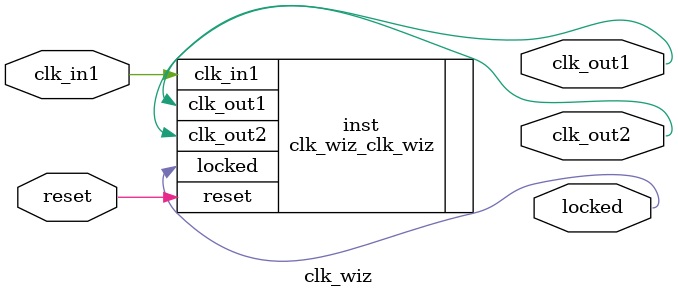
<source format=v>


`timescale 1ps/1ps

(* CORE_GENERATION_INFO = "clk_wiz,clk_wiz_v6_0_1_0_0,{component_name=clk_wiz,use_phase_alignment=true,use_min_o_jitter=false,use_max_i_jitter=false,use_dyn_phase_shift=false,use_inclk_switchover=false,use_dyn_reconfig=false,enable_axi=0,feedback_source=FDBK_AUTO,PRIMITIVE=MMCM,num_out_clk=2,clkin1_period=10.000,clkin2_period=10.000,use_power_down=false,use_reset=true,use_locked=true,use_inclk_stopped=false,feedback_type=SINGLE,CLOCK_MGR_TYPE=NA,manual_override=false}" *)

module clk_wiz 
 (
  // Clock out ports
  output        clk_out1,
  output        clk_out2,
  // Status and control signals
  input         reset,
  output        locked,
 // Clock in ports
  input         clk_in1
 );

  clk_wiz_clk_wiz inst
  (
  // Clock out ports  
  .clk_out1(clk_out1),
  .clk_out2(clk_out2),
  // Status and control signals               
  .reset(reset), 
  .locked(locked),
 // Clock in ports
  .clk_in1(clk_in1)
  );

endmodule

</source>
